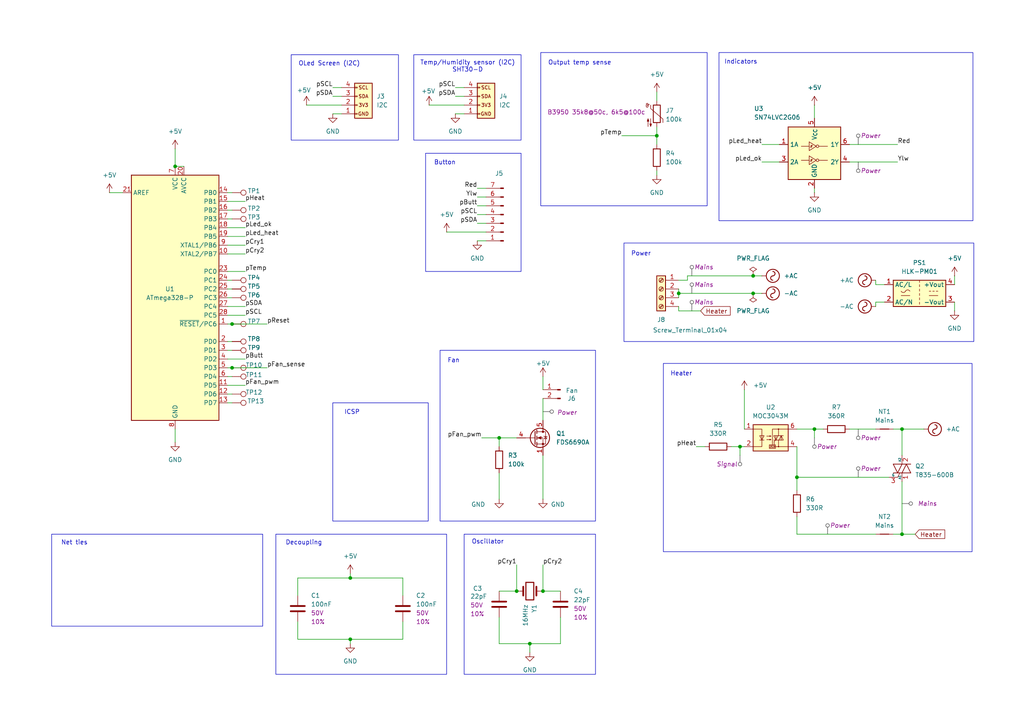
<source format=kicad_sch>
(kicad_sch (version 20250114) (generator "eeschema") (generator_version "9.0")
  (paper "A4")
  (lib_symbols
    (symbol "74xGxx:SN74LVC2G14DBV"
      (property "Reference" "U" (at 2.54 12.7 0))
      (property "Value" "SN74LVC2G14DBV" (at 2.54 10.16 0))
      (symbol "SN74LVC2G14DBV_1_1"
        (pin input line (at -10.16 2.54 0) (length 2.54) (name "1A") (number "1"))
        (pin input line (at -10.16 -2.54 0) (length 2.54) (name "2A") (number "3"))
        (pin power_in line (at 0 10.16 270) (length 2.54) (name "V_{CC}") (number "5"))
        (pin power_in line (at 0 -10.16 90) (length 2.54) (name "GND") (number "2"))
        (pin output line (at 10.16 2.54 180) (length 2.54) (name "1Y") (number "6"))
        (pin output line (at 10.16 -2.54 180) (length 2.54) (name "2Y") (number "4"))
      )
    )
    (symbol "Connector:Conn_01x02_Pin" (pin_names (offset 1.016) (hide yes))
      (property "Reference" "J" (at 0 2.54 0))
      (property "Value" "Conn_01x02_Pin" (at 0 -5.08 0))
      (symbol "Conn_01x02_Pin_1_1"
        (pin passive line (at 5.08 0 180) (length 3.81) (name "Pin_1") (number "1"))
        (pin passive line (at 5.08 -2.54 180) (length 3.81) (name "Pin_2") (number "2"))
      )
    )
    (symbol "Connector:Conn_01x07_Pin" (pin_names (offset 1.016) (hide yes))
      (property "Reference" "J" (at 0 10.16 0))
      (property "Value" "Conn_01x07_Pin" (at 0 -10.16 0))
      (symbol "Conn_01x07_Pin_1_1"
        (pin passive line (at 5.08 7.62 180) (length 3.81) (name "Pin_1") (number "1"))
        (pin passive line (at 5.08 5.08 180) (length 3.81) (name "Pin_2") (number "2"))
        (pin passive line (at 5.08 2.54 180) (length 3.81) (name "Pin_3") (number "3"))
        (pin passive line (at 5.08 0 180) (length 3.81) (name "Pin_4") (number "4"))
        (pin passive line (at 5.08 -2.54 180) (length 3.81) (name "Pin_5") (number "5"))
        (pin passive line (at 5.08 -5.08 180) (length 3.81) (name "Pin_6") (number "6"))
        (pin passive line (at 5.08 -7.62 180) (length 3.81) (name "Pin_7") (number "7"))
      )
    )
    (symbol "Connector:Screw_Terminal_01x04" (pin_names (offset 1.016) (hide yes))
      (property "Reference" "J" (at 0 5.08 0))
      (property "Value" "Screw_Terminal_01x04" (at 0 -7.62 0))
      (symbol "Screw_Terminal_01x04_1_1"
        (pin passive line (at -5.08 2.54 0) (length 3.81) (name "Pin_1") (number "1"))
        (pin passive line (at -5.08 0 0) (length 3.81) (name "Pin_2") (number "2"))
        (pin passive line (at -5.08 -2.54 0) (length 3.81) (name "Pin_3") (number "3"))
        (pin passive line (at -5.08 -5.08 0) (length 3.81) (name "Pin_4") (number "4"))
      )
    )
    (symbol "Converter_ACDC:HLK-PM01"
      (property "Reference" "PS" (at 0 5.08 0))
      (property "Value" "HLK-PM01" (at 0 -5.08 0))
      (symbol "HLK-PM01_1_1"
        (pin power_in line (at -10.16 2.54 0) (length 2.54) (name "AC/L") (number "1"))
        (pin power_in line (at -10.16 -2.54 0) (length 2.54) (name "AC/N") (number "2"))
        (pin power_out line (at 10.16 2.54 180) (length 2.54) (name "+Vout") (number "4"))
        (pin power_out line (at 10.16 -2.54 180) (length 2.54) (name "-Vout") (number "3"))
      )
    )
    (symbol "Device:Crystal" (pin_numbers (hide yes)) (pin_names (offset 1.016) (hide yes))
      (property "Reference" "Y" (at 0 3.81 0))
      (property "Value" "Crystal" (at 0 -3.81 0))
      (symbol "Crystal_1_1"
        (pin passive line (at -3.81 0 0) (length 1.27) (name "1") (number "1"))
        (pin passive line (at 3.81 0 180) (length 1.27) (name "2") (number "2"))
      )
    )
    (symbol "Device:NetTie_2" (pin_numbers (hide yes)) (pin_names (offset 0) (hide yes)) (in_bom no)
      (property "Reference" "NT" (at 0 1.27 0))
      (property "Value" "NetTie_2" (at 0 -1.27 0))
      (symbol "NetTie_2_1_1"
        (pin passive line (at -2.54 0 0) (length 2.54) (name "1") (number "1"))
        (pin passive line (at 2.54 0 180) (length 2.54) (name "2") (number "2"))
      )
    )
    (symbol "Device:R" (pin_numbers (hide yes)) (pin_names (offset 0))
      (property "Reference" "R" (at 2.032 0 90))
      (property "Value" "R" (at 0 0 90))
      (symbol "R_1_1"
        (pin passive line (at 0 3.81 270) (length 1.27) (name "~") (number "1"))
        (pin passive line (at 0 -3.81 90) (length 1.27) (name "~") (number "2"))
      )
    )
    (symbol "Device:Thermistor_NTC" (pin_numbers (hide yes)) (pin_names (offset 0))
      (property "Reference" "TH" (at -4.445 0 90))
      (property "Value" "Thermistor_NTC" (at 3.175 0 90))
      (symbol "Thermistor_NTC_1_1"
        (pin passive line (at 0 3.81 270) (length 1.27) (name "~") (number "1"))
        (pin passive line (at 0 -3.81 90) (length 1.27) (name "~") (number "2"))
      )
    )
    (symbol "Halojen-Symbols:FDS6690A" (pin_names (hide yes))
      (property "Reference" "Q" (at 5.08 2.54 0))
      (property "Value" "FDS6690A" (at 5.08 0 0))
      (symbol "FDS6690A_1_1"
        (pin input line (at -5.08 0 0) (length 2.54) (name "G") (number "4"))
        (pin passive line (at 2.54 5.08 270) (length 2.54) (name "D") (number "5"))
        (pin passive line (at 2.54 5.08 270) (length 2.54) (hide yes) (name "D") (number "6"))
        (pin passive line (at 2.54 5.08 270) (length 2.54) (hide yes) (name "D") (number "7"))
        (pin passive line (at 2.54 5.08 270) (length 2.54) (hide yes) (name "D") (number "8"))
        (pin passive line (at 2.54 -5.08 90) (length 2.54) (name "S") (number "1"))
        (pin passive line (at 2.54 -5.08 90) (length 2.54) (hide yes) (name "S") (number "2"))
        (pin passive line (at 2.54 -5.08 90) (length 2.54) (hide yes) (name "S") (number "3"))
      )
    )
    (symbol "I2C_01x04_1" (pin_names (offset 1.016) (hide yes))
      (property "Reference" "J" (at 0 5.08 0))
      (property "Value" "I2C" (at 0 -7.62 0))
      (symbol "I2C_01x04_1_1_1"
        (text "SCL" (at 1.27 2.54 0) (effects (font (size 1 1))))
        (text "SDA" (at 1.27 0 0) (effects (font (size 1 1))))
        (text "3V3" (at 1.27 -2.54 0) (effects (font (size 1 1))))
        (text "GND" (at 1.27 -5.08 0) (effects (font (size 1 1))))
        (pin passive line (at -5.08 2.54 0) (length 3.81) (name "Pin_4") (number "4"))
        (pin passive line (at -5.08 0 0) (length 3.81) (name "Pin_3") (number "3"))
        (pin passive line (at -5.08 -2.54 0) (length 3.81) (name "Pin_2") (number "2"))
        (pin passive line (at -5.08 -5.08 0) (length 3.81) (name "Pin_1") (number "1"))
      )
    )
    (symbol "MCU_Microchip_ATmega:ATmega328-P"
      (property "Reference" "U" (at -12.7 36.83 0))
      (property "Value" "ATmega328-P" (at 2.54 -36.83 0))
      (symbol "ATmega328-P_1_1"
        (pin passive line (at -15.24 30.48 0) (length 2.54) (name "AREF") (number "21"))
        (pin power_in line (at 0 38.1 270) (length 2.54) (name "VCC") (number "7"))
        (pin passive line (at 0 -38.1 90) (length 2.54) (hide yes) (name "GND") (number "22"))
        (pin power_in line (at 0 -38.1 90) (length 2.54) (name "GND") (number "8"))
        (pin power_in line (at 2.54 38.1 270) (length 2.54) (name "AVCC") (number "20"))
        (pin bidirectional line (at 15.24 30.48 180) (length 2.54) (name "PB0") (number "14"))
        (pin bidirectional line (at 15.24 27.94 180) (length 2.54) (name "PB1") (number "15"))
        (pin bidirectional line (at 15.24 25.4 180) (length 2.54) (name "PB2") (number "16"))
        (pin bidirectional line (at 15.24 22.86 180) (length 2.54) (name "PB3") (number "17"))
        (pin bidirectional line (at 15.24 20.32 180) (length 2.54) (name "PB4") (number "18"))
        (pin bidirectional line (at 15.24 17.78 180) (length 2.54) (name "PB5") (number "19"))
        (pin bidirectional line (at 15.24 15.24 180) (length 2.54) (name "XTAL1/PB6") (number "9"))
        (pin bidirectional line (at 15.24 12.7 180) (length 2.54) (name "XTAL2/PB7") (number "10"))
        (pin bidirectional line (at 15.24 7.62 180) (length 2.54) (name "PC0") (number "23"))
        (pin bidirectional line (at 15.24 5.08 180) (length 2.54) (name "PC1") (number "24"))
        (pin bidirectional line (at 15.24 2.54 180) (length 2.54) (name "PC2") (number "25"))
        (pin bidirectional line (at 15.24 0 180) (length 2.54) (name "PC3") (number "26"))
        (pin bidirectional line (at 15.24 -2.54 180) (length 2.54) (name "PC4") (number "27"))
        (pin bidirectional line (at 15.24 -5.08 180) (length 2.54) (name "PC5") (number "28"))
        (pin bidirectional line (at 15.24 -7.62 180) (length 2.54) (name "~{RESET}/PC6") (number "1"))
        (pin bidirectional line (at 15.24 -12.7 180) (length 2.54) (name "PD0") (number "2"))
        (pin bidirectional line (at 15.24 -15.24 180) (length 2.54) (name "PD1") (number "3"))
        (pin bidirectional line (at 15.24 -17.78 180) (length 2.54) (name "PD2") (number "4"))
        (pin bidirectional line (at 15.24 -20.32 180) (length 2.54) (name "PD3") (number "5"))
        (pin bidirectional line (at 15.24 -22.86 180) (length 2.54) (name "PD4") (number "6"))
        (pin bidirectional line (at 15.24 -25.4 180) (length 2.54) (name "PD5") (number "11"))
        (pin bidirectional line (at 15.24 -27.94 180) (length 2.54) (name "PD6") (number "12"))
        (pin bidirectional line (at 15.24 -30.48 180) (length 2.54) (name "PD7") (number "13"))
      )
    )
    (symbol "Relay_SolidState:MOC3043M"
      (property "Reference" "U" (at -5.08 5.08 0))
      (property "Value" "MOC3043M" (at 0 5.08 0))
      (symbol "MOC3043M_0_0"
        (text "ZCD" (at 0.508 -2.54 0) (effects (font (size 0.508 0.508))))
      )
      (symbol "MOC3043M_1_1"
        (pin passive line (at -7.62 2.54 0) (length 2.54) (name "~") (number "1"))
        (pin passive line (at -7.62 -2.54 0) (length 2.54) (name "~") (number "2"))
        (pin no_connect line (at -5.08 0 0) (length 2.54) (hide yes) (name "NC") (number "3"))
        (pin no_connect line (at 5.08 0 180) (length 2.54) (hide yes) (name "NC") (number "5"))
        (pin passive line (at 7.62 2.54 180) (length 2.54) (name "~") (number "6"))
        (pin passive line (at 7.62 -2.54 180) (length 2.54) (name "~") (number "4"))
      )
    )
    (symbol "SparkFun-Capacitor:22uF_1206_50V_10%" (pin_numbers (hide yes)) (pin_names (offset 0.254))
      (property "Reference" "C" (at 0.635 2.54 0))
      (property "Value" "22uF" (at 0.635 -2.54 0))
      (property "Voltage" "50V" (at 0 -6.35 0))
      (property "Tolerance" "10%" (at 0 -8.89 0))
      (symbol "22uF_1206_50V_10%_1_1"
        (pin passive line (at 0 3.81 270) (length 2.794) (name "~") (number "1"))
        (pin passive line (at 0 -3.81 90) (length 2.794) (name "~") (number "2"))
      )
    )
    (symbol "SparkFun-Connector:I2C_01x04" (pin_names (offset 1.016) (hide yes))
      (property "Reference" "J" (at 0 5.08 0))
      (property "Value" "I2C" (at 0 -7.62 0))
      (symbol "I2C_01x04_1_1"
        (text "SCL" (at 1.27 2.54 0) (effects (font (size 1 1))))
        (text "SDA" (at 1.27 0 0) (effects (font (size 1 1))))
        (text "3V3" (at 1.27 -2.54 0) (effects (font (size 1 1))))
        (text "GND" (at 1.27 -5.08 0) (effects (font (size 1 1))))
        (pin passive line (at -5.08 2.54 0) (length 3.81) (name "Pin_4") (number "4"))
        (pin passive line (at -5.08 0 0) (length 3.81) (name "Pin_3") (number "3"))
        (pin passive line (at -5.08 -2.54 0) (length 3.81) (name "Pin_2") (number "2"))
        (pin passive line (at -5.08 -5.08 0) (length 3.81) (name "Pin_1") (number "1"))
      )
    )
    (symbol "SparkFun-Connector:TestPoint_PTH" (pin_numbers (hide yes)) (pin_names (offset 0.762) (hide yes))
      (property "Reference" "TP" (at 0 5.08 0))
      (symbol "TestPoint_PTH_1_1"
        (pin passive line (at 0 0 90) (length 2.54) (name "1") (number "1"))
      )
    )
    (symbol "SparkFun-PowerSymbol:12V" (power) (pin_names (offset 0))
      (property "Value" "12V" (at 0 3.81 0))
      (symbol "12V_1_1"
        (pin power_in line (at 0 0 90) (length 0) (hide yes) (name "12V") (number "1"))
      )
    )
    (symbol "TestPoint_PTH_1" (pin_numbers (hide yes)) (pin_names (offset 0.762) (hide yes))
      (property "Reference" "TP" (at 0 5.08 0))
      (symbol "TestPoint_PTH_1_1_1"
        (pin passive line (at 0 0 90) (length 2.54) (name "1") (number "1"))
      )
    )
    (symbol "Triac_Thyristor:BTA16-600B" (pin_names (offset 0))
      (property "Reference" "Q" (at 5.08 1.905 0))
      (property "Value" "BTA16-600B" (at 5.08 0 0))
      (symbol "BTA16-600B_1_1"
        (pin input line (at -3.81 -2.54 0) (length 2.54) (name "G") (number "3"))
        (pin passive line (at 0 3.81 270) (length 2.54) (name "A2") (number "2"))
        (pin passive line (at 0 -3.81 90) (length 2.54) (name "A1") (number "1"))
      )
    )
    (symbol "power:+5V" (power) (pin_numbers (hide yes)) (pin_names (offset 0) (hide yes))
      (property "Value" "+5V" (at 0 3.556 0))
      (symbol "+5V_1_1"
        (pin power_in line (at 0 0 90) (length 0) (name "~") (number "1"))
      )
    )
    (symbol "power:AC" (power) (pin_numbers (hide yes)) (pin_names (offset 0) (hide yes))
      (property "Value" "AC" (at 0 6.35 0))
      (symbol "AC_1_1"
        (pin power_in line (at 0 0 90) (length 0) (name "~") (number "1"))
      )
    )
    (symbol "power:GND" (power) (pin_numbers (hide yes)) (pin_names (offset 0) (hide yes))
      (property "Value" "GND" (at 0 -3.81 0))
      (symbol "GND_1_1"
        (pin power_in line (at 0 0 270) (length 0) (name "~") (number "1"))
      )
    )
    (symbol "power:PWR_FLAG" (power) (pin_numbers (hide yes)) (pin_names (offset 0) (hide yes))
      (property "Value" "PWR_FLAG" (at 0 3.81 0))
      (symbol "PWR_FLAG_0_0"
        (pin power_out line (at 0 0 90) (length 0) (name "~") (number "1"))
      )
    )
    (symbol "power:VCC" (power) (pin_numbers (hide yes)) (pin_names (offset 0) (hide yes))
      (property "Value" "VCC" (at 0 3.556 0))
      (symbol "VCC_1_1"
        (pin power_in line (at 0 0 90) (length 0) (name "~") (number "1"))
      )
    )
  )
  (rectangle (start 208.534 15.24) (end 282.194 64.008))
  (rectangle (start 156.845 15.24) (end 205.105 59.69))
  (rectangle (start 123.444 44.45) (end 151.13 78.74))
  (rectangle (start 180.975 70.485) (end 282.448 99.06))
  (rectangle (start 80.01 154.94) (end 129.54 195.58))
  (rectangle (start 127.635 101.6) (end 172.72 151.13))
  (rectangle (start 120.015 15.875) (end 151.13 40.64))
  (rectangle (start 192.405 105.41) (end 281.94 160.02))
  (rectangle (start 96.52 116.84) (end 124.206 151.13))
  (rectangle (start 134.62 154.94) (end 172.72 195.58))
  (rectangle (start 84.455 15.875) (end 115.57 40.64))
  (rectangle (start 14.986 154.94) (end 76.2 181.61))
  (text "Indicators" (at 214.884 18.034 0) (effects (font (size 1.27 1.27))))
  (text "ICSP" (at 102.108 119.634 0) (effects (font (size 1.27 1.27))))
  (text "Button" (at 129.032 47.244 0) (effects (font (size 1.27 1.27))))
  (text "Power" (at 185.928 73.66 0) (effects (font (size 1.27 1.27))))
  (text "Fan" (at 131.572 104.648 0) (effects (font (size 1.27 1.27))))
  (text "Decoupling" (at 88.138 157.48 0) (effects (font (size 1.27 1.27))))
  (text "Heater\n" (at 197.612 108.458 0) (effects (font (size 1.27 1.27))))
  (text "Oscillator" (at 141.478 157.226 0) (effects (font (size 1.27 1.27))))
  (text "Temp/Humidity sensor (I2C)\nSHT30-D" (at 135.636 19.304 0) (effects (font (size 1.27 1.27))))
  (text "Net ties" (at 21.59 157.48 0) (effects (font (size 1.27 1.27))))
  (text "Output temp sense" (at 168.148 18.288 0) (effects (font (size 1.27 1.27))))
  (text "OLed Screen (I2C)" (at 95.504 18.542 0) (effects (font (size 1.27 1.27))))
  (junction (at 196.85 85.09))
  (junction (at 190.5 39.37))
  (junction (at 214.63 129.54))
  (junction (at 236.22 124.46))
  (junction (at 218.44 80.01))
  (junction (at 144.78 127))
  (junction (at 157.48 171.45))
  (junction (at 149.86 171.45))
  (junction (at 231.14 138.43))
  (junction (at 261.62 154.94))
  (junction (at 101.6 167.64))
  (junction (at 153.67 186.69))
  (junction (at 67.31 93.98))
  (junction (at 101.6 185.42))
  (junction (at 218.44 85.09))
  (junction (at 50.8 48.26))
  (junction (at 67.31 106.68))
  (junction (at 261.62 124.46))
  (wire (pts (xy 231.14 154.94) (xy 254 154.94)))
  (wire (pts (xy 66.04 116.84) (xy 67.31 116.84)))
  (wire (pts (xy 254 87.63) (xy 256.54 87.63)))
  (wire (pts (xy 231.14 138.43) (xy 257.81 138.43)))
  (wire (pts (xy 199.39 80.01) (xy 199.39 81.28)))
  (wire (pts (xy 66.04 86.36) (xy 67.31 86.36)))
  (wire (pts (xy 259.08 154.94) (xy 261.62 154.94)))
  (wire (pts (xy 138.43 69.85) (xy 140.97 69.85)))
  (wire (pts (xy 144.78 171.45) (xy 149.86 171.45)))
  (wire (pts (xy 66.04 91.44) (xy 71.12 91.44)))
  (wire (pts (xy 153.67 189.23) (xy 153.67 186.69)))
  (wire (pts (xy 66.04 111.76) (xy 71.12 111.76)))
  (wire (pts (xy 215.9 113.03) (xy 215.9 124.46)))
  (wire (pts (xy 190.5 26.67) (xy 190.5 29.21)))
  (wire (pts (xy 144.78 179.07) (xy 144.78 186.69)))
  (wire (pts (xy 144.78 137.16) (xy 144.78 144.78)))
  (wire (pts (xy 231.14 138.43) (xy 231.14 142.24)))
  (wire (pts (xy 66.04 109.22) (xy 67.31 109.22)))
  (wire (pts (xy 261.62 154.94) (xy 265.43 154.94)))
  (wire (pts (xy 196.85 85.09) (xy 218.44 85.09)))
  (wire (pts (xy 231.14 129.54) (xy 231.14 138.43)))
  (wire (pts (xy 67.31 106.68) (xy 77.47 106.68)))
  (wire (pts (xy 116.84 167.64) (xy 116.84 172.72)))
  (wire (pts (xy 140.97 64.77) (xy 138.43 64.77)))
  (wire (pts (xy 66.04 68.58) (xy 71.12 68.58)))
  (wire (pts (xy 101.6 185.42) (xy 116.84 185.42)))
  (wire (pts (xy 116.84 180.34) (xy 116.84 185.42)))
  (wire (pts (xy 66.04 88.9) (xy 71.12 88.9)))
  (wire (pts (xy 66.04 93.98) (xy 67.31 93.98)))
  (wire (pts (xy 261.62 124.46) (xy 267.97 124.46)))
  (wire (pts (xy 50.8 48.26) (xy 53.34 48.26)))
  (wire (pts (xy 236.22 34.29) (xy 236.22 30.48)))
  (wire (pts (xy 259.08 124.46) (xy 261.62 124.46)))
  (wire (pts (xy 254 88.9) (xy 254 87.63)))
  (wire (pts (xy 96.52 33.02) (xy 99.06 33.02)))
  (wire (pts (xy 162.56 179.07) (xy 162.56 186.69)))
  (wire (pts (xy 66.04 71.12) (xy 71.12 71.12)))
  (wire (pts (xy 157.48 109.22) (xy 157.48 113.03)))
  (wire (pts (xy 66.04 114.3) (xy 67.31 114.3)))
  (wire (pts (xy 276.86 87.63) (xy 276.86 90.17)))
  (wire (pts (xy 157.48 115.57) (xy 157.48 121.92)))
  (wire (pts (xy 66.04 58.42) (xy 71.12 58.42)))
  (wire (pts (xy 236.22 127) (xy 236.22 124.46)))
  (wire (pts (xy 276.86 80.01) (xy 276.86 82.55)))
  (wire (pts (xy 220.98 41.91) (xy 226.06 41.91)))
  (wire (pts (xy 86.36 185.42) (xy 101.6 185.42)))
  (wire (pts (xy 139.7 127) (xy 144.78 127)))
  (wire (pts (xy 231.14 154.94) (xy 231.14 149.86)))
  (wire (pts (xy 214.63 132.08) (xy 214.63 129.54)))
  (wire (pts (xy 220.98 46.99) (xy 226.06 46.99)))
  (wire (pts (xy 254 82.55) (xy 256.54 82.55)))
  (wire (pts (xy 218.44 80.01) (xy 220.98 80.01)))
  (wire (pts (xy 261.62 139.7) (xy 261.62 154.94)))
  (wire (pts (xy 67.31 93.98) (xy 77.47 93.98)))
  (wire (pts (xy 196.85 83.82) (xy 196.85 85.09)))
  (wire (pts (xy 66.04 99.06) (xy 67.31 99.06)))
  (wire (pts (xy 144.78 186.69) (xy 153.67 186.69)))
  (wire (pts (xy 132.08 25.4) (xy 134.62 25.4)))
  (wire (pts (xy 157.48 171.45) (xy 162.56 171.45)))
  (wire (pts (xy 132.08 27.94) (xy 134.62 27.94)))
  (wire (pts (xy 157.48 163.83) (xy 157.48 171.45)))
  (wire (pts (xy 231.14 124.46) (xy 236.22 124.46)))
  (wire (pts (xy 201.93 129.54) (xy 204.47 129.54)))
  (wire (pts (xy 31.75 55.88) (xy 35.56 55.88)))
  (wire (pts (xy 149.86 163.83) (xy 149.86 171.45)))
  (wire (pts (xy 196.85 90.17) (xy 203.2 90.17)))
  (wire (pts (xy 218.44 85.09) (xy 220.98 85.09)))
  (wire (pts (xy 66.04 83.82) (xy 67.31 83.82)))
  (wire (pts (xy 254 81.28) (xy 254 82.55)))
  (wire (pts (xy 50.8 124.46) (xy 50.8 128.27)))
  (wire (pts (xy 86.36 167.64) (xy 86.36 172.72)))
  (wire (pts (xy 66.04 63.5) (xy 67.31 63.5)))
  (wire (pts (xy 140.97 57.15) (xy 138.43 57.15)))
  (wire (pts (xy 196.85 85.09) (xy 196.85 86.36)))
  (wire (pts (xy 66.04 60.96) (xy 67.31 60.96)))
  (wire (pts (xy 180.34 39.37) (xy 190.5 39.37)))
  (wire (pts (xy 190.5 36.83) (xy 190.5 39.37)))
  (wire (pts (xy 246.38 41.91) (xy 260.35 41.91)))
  (wire (pts (xy 246.38 46.99) (xy 260.35 46.99)))
  (wire (pts (xy 236.22 124.46) (xy 238.76 124.46)))
  (wire (pts (xy 190.5 49.53) (xy 190.5 50.8)))
  (wire (pts (xy 101.6 186.69) (xy 101.6 185.42)))
  (wire (pts (xy 96.52 27.94) (xy 99.06 27.94)))
  (wire (pts (xy 196.85 90.17) (xy 196.85 88.9)))
  (wire (pts (xy 144.78 129.54) (xy 144.78 127)))
  (wire (pts (xy 140.97 54.61) (xy 138.43 54.61)))
  (wire (pts (xy 86.36 180.34) (xy 86.36 185.42)))
  (wire (pts (xy 214.63 129.54) (xy 215.9 129.54)))
  (wire (pts (xy 236.22 55.88) (xy 236.22 54.61)))
  (wire (pts (xy 157.48 132.08) (xy 157.48 144.78)))
  (wire (pts (xy 132.08 33.02) (xy 134.62 33.02)))
  (wire (pts (xy 66.04 106.68) (xy 67.31 106.68)))
  (wire (pts (xy 190.5 39.37) (xy 190.5 41.91)))
  (wire (pts (xy 140.97 59.69) (xy 138.43 59.69)))
  (wire (pts (xy 124.46 30.48) (xy 134.62 30.48)))
  (wire (pts (xy 66.04 73.66) (xy 71.12 73.66)))
  (wire (pts (xy 88.9 30.48) (xy 99.06 30.48)))
  (wire (pts (xy 261.62 132.08) (xy 261.62 124.46)))
  (wire (pts (xy 101.6 166.37) (xy 101.6 167.64)))
  (wire (pts (xy 66.04 78.74) (xy 71.12 78.74)))
  (wire (pts (xy 199.39 80.01) (xy 218.44 80.01)))
  (wire (pts (xy 129.54 67.31) (xy 140.97 67.31)))
  (wire (pts (xy 140.97 62.23) (xy 138.43 62.23)))
  (wire (pts (xy 66.04 101.6) (xy 67.31 101.6)))
  (wire (pts (xy 101.6 167.64) (xy 86.36 167.64)))
  (wire (pts (xy 96.52 25.4) (xy 99.06 25.4)))
  (wire (pts (xy 199.39 81.28) (xy 196.85 81.28)))
  (wire (pts (xy 162.56 186.69) (xy 153.67 186.69)))
  (wire (pts (xy 50.8 43.18) (xy 50.8 48.26)))
  (wire (pts (xy 246.38 124.46) (xy 254 124.46)))
  (wire (pts (xy 66.04 55.88) (xy 67.31 55.88)))
  (wire (pts (xy 101.6 167.64) (xy 116.84 167.64)))
  (wire (pts (xy 66.04 104.14) (xy 71.12 104.14)))
  (wire (pts (xy 66.04 66.04) (xy 71.12 66.04)))
  (wire (pts (xy 66.04 81.28) (xy 67.31 81.28)))
  (wire (pts (xy 212.09 129.54) (xy 214.63 129.54)))
  (wire (pts (xy 144.78 127) (xy 149.86 127)))
  (label "pFan_sense" (at 77.47 106.68 0))
  (label "pLed_ok" (at 220.98 46.99 180))
  (label "pSDA" (at 71.12 88.9 0))
  (label "pLed_heat" (at 220.98 41.91 180))
  (label "pSDA" (at 132.08 27.94 180))
  (label "pTemp" (at 180.34 39.37 180))
  (label "Ylw" (at 138.43 57.15 180))
  (label "Ylw" (at 260.35 46.99 0))
  (label "pHeat" (at 71.12 58.42 0))
  (label "pSDA" (at 138.43 64.77 180))
  (label "pCry1" (at 71.12 71.12 0))
  (label "pButt" (at 71.12 104.14 0))
  (label "pFan_pwm" (at 139.7 127 180))
  (label "pSDA" (at 96.52 27.94 180))
  (label "pCry1" (at 149.86 163.83 180))
  (label "pSCL" (at 132.08 25.4 180))
  (label "pCry2" (at 157.48 163.83 0))
  (label "pReset" (at 77.47 93.98 0))
  (label "pTemp" (at 71.12 78.74 0))
  (label "pCry2" (at 71.12 73.66 0))
  (label "pSCL" (at 138.43 62.23 180))
  (label "pFan_pwm" (at 71.12 111.76 0))
  (label "pButt" (at 138.43 59.69 180))
  (label "pHeat" (at 201.93 129.54 180))
  (label "Red" (at 138.43 54.61 180))
  (label "pSCL" (at 96.52 25.4 180))
  (label "Red" (at 260.35 41.91 0))
  (label "pLed_heat" (at 71.12 68.58 0))
  (label "pLed_ok" (at 71.12 66.04 0))
  (label "pSCL" (at 71.12 91.44 0))
  (global_label "Heater" (shape input) (at 203.2 90.17 0) (property "Intersheetrefs" "${INTERSHEET_REFS}" (effects (hide yes))))
  (global_label "Heater" (shape input) (at 265.43 154.94 0) (property "Intersheetrefs" "${INTERSHEET_REFS}" (effects (hide yes))))
  (netclass_flag "" (length 2.54) (shape round) (at 157.48 119.38 270) (property "Netclass" "Power" (at 167.386 119.634 0) (effects (font (italic yes)) (justify right))))
  (netclass_flag "" (length 2.54) (shape round) (at 236.22 127 180) (property "Netclass" "Power" (at 236.9185 129.54 0) (effects (font (italic yes)) (justify left))))
  (netclass_flag "" (length 2.54) (shape round) (at 240.03 154.94 0) (property "Netclass" "Power" (at 240.7285 152.4 0) (effects (font (italic yes)) (justify left))))
  (netclass_flag "" (length 2.54) (shape round) (at 248.92 46.99 180) (property "Netclass" "Power" (at 249.6185 49.53 0) (effects (font (italic yes)) (justify left))))
  (netclass_flag "" (length 2.54) (shape round) (at 200.66 90.17 0) (property "Netclass" "Mains" (at 201.3585 87.63 0) (effects (font (italic yes)) (justify left))))
  (netclass_flag "" (length 2.54) (shape round) (at 261.62 146.05 270) (property "Netclass" "Mains" (at 266.192 146.05 0) (effects (font (italic yes)) (justify left))))
  (netclass_flag "" (length 2.54) (shape round) (at 200.66 85.09 0) (property "Netclass" "Mains" (at 201.3585 82.55 0) (effects (font (italic yes)) (justify left))))
  (netclass_flag "" (length 2.54) (shape round) (at 248.92 138.43 0) (property "Netclass" "Power" (at 249.6185 135.89 0) (effects (font (italic yes)) (justify left))))
  (netclass_flag "" (length 2.54) (shape round) (at 248.92 41.91 0) (property "Netclass" "Power" (at 249.6185 39.37 0) (effects (font (italic yes)) (justify left))))
  (netclass_flag "" (length 2.54) (shape round) (at 200.66 80.01 0) (property "Netclass" "Mains" (at 201.3585 77.47 0) (effects (font (italic yes)) (justify left))))
  (netclass_flag "" (length 2.54) (shape round) (at 214.63 132.08 180) (property "Netclass" "Signal" (at 213.9315 134.62 0) (effects (font (italic yes)) (justify right))))
  (netclass_flag "" (length 2.54) (shape round) (at 248.92 124.46 180) (property "Netclass" "Power" (at 249.6185 127 0) (effects (font (italic yes)) (justify left))))
  (symbol (lib_id "power:+5V") (at 236.22 30.48 0) (unit 1)
    (property "Reference" "#PWR028" (effects (hide yes)))
    (property "Value" "+5V" (at 236.22 25.4 0))
    (property "Description" "Power symbol creates a global label with name \"+5V\"" (effects (hide yes)))
  )
  (symbol (lib_id "power:GND") (at 138.43 69.85 0) (mirror y) (unit 1)
    (property "Reference" "#PWR018" (effects (hide yes)))
    (property "Value" "GND" (at 138.43 74.93 0))
    (property "Description" "Power symbol creates a global label with name \"GND\" , ground" (effects (hide yes)))
  )
  (symbol (lib_id "power:GND") (at 96.52 33.02 0) (unit 1)
    (property "Reference" "#PWR012" (effects (hide yes)))
    (property "Value" "GND" (at 96.52 38.1 0))
    (property "Description" "Power symbol creates a global label with name \"GND\" , ground" (effects (hide yes)))
  )
  (symbol (lib_id "power:PWR_FLAG") (at 218.44 85.09 180) (unit 1)
    (property "Reference" "#FLG02" (effects (hide yes)))
    (property "Value" "PWR_FLAG" (at 218.44 90.17 0))
    (property "Description" "Special symbol for telling ERC where power comes from" (effects (hide yes)))
  )
  (symbol (lib_id "SparkFun-Connector:TestPoint_PTH") (at 67.31 99.06 270) (unit 1) (in_bom no)
    (property "Reference" "TP8" (at 73.66 98.298 90))
    (property "Value" "PD0" (effects (hide yes)))
    (property "Footprint" "SparkFun-Connector:TestPoint-1.25mm" (effects (hide yes)))
    (property "Description" "Test Point" (effects (hide yes)))
  )
  (symbol (lib_id "power:GND") (at 132.08 33.02 0) (unit 1)
    (property "Reference" "#PWR017" (effects (hide yes)))
    (property "Value" "GND" (at 132.08 38.1 0))
    (property "Description" "Power symbol creates a global label with name \"GND\" , ground" (effects (hide yes)))
  )
  (symbol (lib_id "power:AC") (at 254 88.9 90) (unit 1)
    (property "Reference" "#PWR031" (effects (hide yes)))
    (property "Value" "-AC" (at 247.65 88.8999 90) (effects (justify left)))
    (property "Description" "Power symbol creates a global label with name \"AC\"" (effects (hide yes)))
  )
  (symbol (lib_id "power:VCC") (at 276.86 80.01 0) (unit 1)
    (property "Reference" "#PWR033" (effects (hide yes)))
    (property "Value" "+5V" (at 276.86 74.93 0))
    (property "Description" "Power symbol creates a global label with name \"VCC\"" (effects (hide yes)))
  )
  (symbol (lib_id "SparkFun-Connector:TestPoint_PTH") (at 67.31 55.88 270) (unit 1) (in_bom no)
    (property "Reference" "TP1" (at 73.66 55.372 90))
    (property "Value" "PB0" (effects (hide yes)))
    (property "Footprint" "SparkFun-Connector:TestPoint-1.25mm" (effects (hide yes)))
    (property "Description" "Test Point" (effects (hide yes)))
  )
  (symbol (lib_id "Device:Crystal") (at 153.67 171.45 0) (unit 1)
    (property "Reference" "Y1" (at 154.9401 175.26 90) (effects (justify right)))
    (property "Value" "16MHz" (at 152.4001 175.26 90) (effects (justify right)))
    (property "Footprint" "Crystal:Crystal_HC49-U_Vertical" (effects (hide yes)))
    (property "Description" "Two pin crystal" (effects (hide yes)))
  )
  (symbol (lib_id "Converter_ACDC:HLK-PM01") (at 266.7 85.09 0) (unit 1)
    (property "Reference" "PS1" (at 266.7 76.2 0))
    (property "Value" "HLK-PM01" (at 266.7 78.74 0))
    (property "Footprint" "Converter_ACDC:Converter_ACDC_Hi-Link_HLK-PMxx" (effects (hide yes)))
    (property "Datasheet" "https://h.hlktech.com/download/ACDC%E7%94%B5%E6%BA%90%E6%A8%A1%E5%9D%973W%E7%B3%BB%E5%88%97/1/%E6%B5%B7%E5%87%8C%E7%A7%913W%E7%B3%BB%E5%88%97%E7%94%B5%E6%BA%90%E6%A8%A1%E5%9D%97%E8%A7%84%E6%A0%BC%E4%B9%A6V2.8.pdf" (effects (hide yes)))
    (property "Description" "Compact AC/DC board mount power module 3W 5V" (effects (hide yes)))
  )
  (symbol (lib_id "power:PWR_FLAG") (at 218.44 80.01 0) (unit 1)
    (property "Reference" "#FLG01" (effects (hide yes)))
    (property "Value" "PWR_FLAG" (at 218.44 74.93 0))
    (property "Description" "Special symbol for telling ERC where power comes from" (effects (hide yes)))
  )
  (symbol (lib_id "Device:R") (at 208.28 129.54 90) (unit 1)
    (property "Reference" "R5" (at 208.28 123.19 90))
    (property "Value" "330R" (at 208.28 125.73 90))
    (property "Footprint" "Resistor_SMD:R_1206_3216Metric" (effects (hide yes)))
    (property "Description" "Resistor" (effects (hide yes)))
  )
  (symbol (lib_id "Connector:Screw_Terminal_01x04") (at 191.77 83.82 0) (mirror y) (unit 1)
    (property "Reference" "J8" (at 191.77 92.71 0))
    (property "Value" "Screw_Terminal_01x04" (at 200.152 95.758 0))
    (property "Footprint" "SparkFun-Connector:Screw_Terminal_3.5mm-4" (effects (hide yes)))
    (property "Description" "Generic screw terminal, single row, 01x04, script generated (kicad-library-utils/schlib/autogen/connector/)" (effects (hide yes)))
  )
  (symbol (lib_id "SparkFun-Capacitor:22uF_1206_50V_10%") (at 144.78 175.26 0) (unit 1)
    (property "Reference" "C3" (at 137.16 170.688 0) (effects (justify left)))
    (property "Value" "22pF" (at 136.398 172.974 0) (effects (justify left)))
    (property "Footprint" "Capacitor_SMD:C_1206_3216Metric" (effects (hide yes)))
    (property "Datasheet" "https://mm.digikey.com/Volume0/opasdata/d220001/medias/docus/658/CL31A106KBHNNNE_Spec.pdf" (effects (hide yes)))
    (property "Description" "Unpolarized capacitor" (effects (hide yes)))
    (property "PROD_ID" "CAP-15263" (effects (hide yes)))
    (property "Voltage" "50V" (at 136.398 175.514 0) (effects (justify left)))
    (property "Tolerance" "10%" (at 136.398 178.054 0) (effects (justify left)))
  )
  (symbol (lib_id "Relay_SolidState:MOC3043M") (at 223.52 127 0) (unit 1)
    (property "Reference" "U2" (at 223.52 118.11 0))
    (property "Value" "MOC3043M" (at 223.52 120.65 0))
    (property "Footprint" "Package_DIP:SMDIP-6_W9.53mm" (effects (hide yes)))
    (property "Datasheet" "https://www.onsemi.com/pub/Collateral/MOC3043M-D.pdf" (effects (hide yes)))
    (property "Description" "Zero Cross Opto-Triac, Vdrm 400V, Ift 5mA, DIP6" (effects (hide yes)))
  )
  (symbol (lib_id "SparkFun-Capacitor:22uF_1206_50V_10%") (at 86.36 176.53 0) (unit 1)
    (property "Reference" "C1" (at 90.17 172.7199 0) (effects (justify left)))
    (property "Value" "100nF" (at 90.17 175.2599 0) (effects (justify left)))
    (property "Footprint" "Capacitor_SMD:C_1206_3216Metric" (effects (hide yes)))
    (property "Datasheet" "https://mm.digikey.com/Volume0/opasdata/d220001/medias/docus/658/CL31A106KBHNNNE_Spec.pdf" (effects (hide yes)))
    (property "Description" "Unpolarized capacitor" (effects (hide yes)))
    (property "PROD_ID" "CAP-15263" (effects (hide yes)))
    (property "Voltage" "50V" (at 90.17 177.7999 0) (effects (justify left)))
    (property "Tolerance" "10%" (at 90.17 180.3399 0) (effects (justify left)))
  )
  (symbol (lib_id "Device:R") (at 242.57 124.46 90) (unit 1)
    (property "Reference" "R7" (at 242.57 118.11 90))
    (property "Value" "360R" (at 242.57 120.65 90))
    (property "Footprint" "Resistor_SMD:R_1206_3216Metric" (effects (hide yes)))
    (property "Description" "Resistor" (effects (hide yes)))
  )
  (symbol (lib_id "Connector:Conn_01x07_Pin") (at 146.05 62.23 180) (unit 1)
    (property "Reference" "J5" (at 144.78 50.292 0))
    (property "Value" "Conn_01x07_Pin" (effects (hide yes)))
    (property "Footprint" "Connector_JST:JST_XH_S7B-XH-A_1x07_P2.50mm_Horizontal" (effects (hide yes)))
    (property "Description" "Generic connector, single row, 01x07, script generated" (effects (hide yes)))
  )
  (symbol (lib_id "SparkFun-Capacitor:22uF_1206_50V_10%") (at 162.56 175.26 180) (unit 1)
    (property "Reference" "C4" (at 166.37 171.4499 0) (effects (justify right)))
    (property "Value" "22pF" (at 166.37 173.9899 0) (effects (justify right)))
    (property "Footprint" "Capacitor_SMD:C_1206_3216Metric" (effects (hide yes)))
    (property "Datasheet" "https://mm.digikey.com/Volume0/opasdata/d220001/medias/docus/658/CL31A106KBHNNNE_Spec.pdf" (effects (hide yes)))
    (property "Description" "Unpolarized capacitor" (effects (hide yes)))
    (property "PROD_ID" "CAP-15263" (effects (hide yes)))
    (property "Voltage" "50V" (at 166.37 176.5299 0) (effects (justify right)))
    (property "Tolerance" "10%" (at 166.37 179.0699 0) (effects (justify right)))
  )
  (symbol (lib_id "SparkFun-Connector:TestPoint_PTH") (at 67.31 109.22 270) (unit 1) (in_bom no)
    (property "Reference" "TP11" (at 73.66 108.712 90))
    (property "Value" "PD4" (effects (hide yes)))
    (property "Footprint" "SparkFun-Connector:TestPoint-1.25mm" (effects (hide yes)))
    (property "Description" "Test Point" (effects (hide yes)))
  )
  (symbol (lib_id "power:+5V") (at 190.5 26.67 0) (unit 1)
    (property "Reference" "#PWR023" (effects (hide yes)))
    (property "Value" "+5V" (at 190.5 21.59 0))
    (property "Description" "Power symbol creates a global label with name \"+5V\"" (effects (hide yes)))
  )
  (symbol (lib_id "power:GND") (at 153.67 189.23 0) (unit 1)
    (property "Reference" "#PWR020" (effects (hide yes)))
    (property "Value" "GND" (at 153.67 194.31 0))
    (property "Description" "Power symbol creates a global label with name \"GND\" , ground" (effects (hide yes)))
  )
  (symbol (lib_id "SparkFun-Connector:TestPoint_PTH") (at 67.31 83.82 270) (unit 1) (in_bom no)
    (property "Reference" "TP5" (at 73.66 83.058 90))
    (property "Value" "PC2" (effects (hide yes)))
    (property "Footprint" "SparkFun-Connector:TestPoint-1.25mm" (effects (hide yes)))
    (property "Description" "Test Point" (effects (hide yes)))
  )
  (symbol (lib_id "power:GND") (at 50.8 128.27 0) (unit 1)
    (property "Reference" "#PWR010" (effects (hide yes)))
    (property "Value" "GND" (at 50.8 133.35 0))
    (property "Description" "Power symbol creates a global label with name \"GND\" , ground" (effects (hide yes)))
  )
  (symbol (lib_id "SparkFun-PowerSymbol:12V") (at 157.48 109.22 0) (mirror y) (unit 1)
    (property "Reference" "#PWR021" (effects (hide yes)))
    (property "Value" "+5V" (at 157.48 105.41 0))
    (property "Description" "Power symbol creates a global label with name \"12V\"" (effects (hide yes)))
  )
  (symbol (lib_id "MCU_Microchip_ATmega:ATmega328-P") (at 50.8 86.36 0) (unit 1)
    (property "Reference" "U1" (at 49.276 83.82 0))
    (property "Value" "ATmega328-P" (at 49.276 86.36 0))
    (property "Footprint" "Package_DIP:DIP-28_W7.62mm_Socket_LongPads" (effects (hide yes)))
    (property "Datasheet" "http://ww1.microchip.com/downloads/en/DeviceDoc/ATmega328_P%20AVR%20MCU%20with%20picoPower%20Technology%20Data%20Sheet%2040001984A.pdf" (effects (hide yes)))
    (property "Description" "20MHz, 32kB Flash, 2kB SRAM, 1kB EEPROM, DIP-28" (effects (hide yes)))
  )
  (symbol (lib_id "Device:NetTie_2") (at 256.54 124.46 0) (unit 1) (in_bom no)
    (property "Reference" "NT1" (at 256.54 119.38 0))
    (property "Value" "Mains" (at 256.54 121.92 0))
    (property "Footprint" "Halojen-Footprints:NetTie-2_SMD_Pad0.2x2.5mm" (effects (hide yes)))
    (property "Description" "Net tie, 2 pins" (effects (hide yes)))
  )
  (symbol (lib_id "Halojen-Symbols:FDS6690A") (at 154.94 127 0) (unit 1)
    (property "Reference" "Q1" (at 161.29 125.7299 0) (effects (justify left)))
    (property "Value" "FDS6690A" (at 161.29 128.2699 0) (effects (justify left)))
    (property "Footprint" "Package_SO:SOIC-8_3.9x4.9mm_P1.27mm" (effects (hide yes)))
    (property "Description" "11A, 30V, N-Channel Logic Level MOSFET, SO-8" (effects (hide yes)))
  )
  (symbol (lib_id "power:GND") (at 144.78 144.78 0) (unit 1)
    (property "Reference" "#PWR019" (effects (hide yes)))
    (property "Value" "GND" (at 136.652 146.304 0) (effects (justify left)))
    (property "Description" "Power symbol creates a global label with name \"GND\" , ground" (effects (hide yes)))
  )
  (symbol (lib_id "Device:Thermistor_NTC") (at 190.5 33.02 0) (unit 1)
    (property "Reference" "J7" (at 193.04 32.0674 0) (effects (justify left)))
    (property "Value" "100k" (at 193.04 34.6074 0) (effects (justify left)))
    (property "Footprint" "Connector_JST:JST_XH_B2B-XH-A_1x02_P2.50mm_Vertical" (effects (hide yes)))
    (property "Description" "Temperature dependent resistor, negative temperature coefficient" (effects (hide yes)))
    (property "Notes" "B3950 35k8@50c, 6k5@100c" (at 172.974 32.512 0))
  )
  (symbol (lib_id "Device:R") (at 190.5 45.72 0) (unit 1)
    (property "Reference" "R4" (at 193.04 44.4499 0) (effects (justify left)))
    (property "Value" "100k" (at 193.04 46.9899 0) (effects (justify left)))
    (property "Footprint" "Resistor_SMD:R_1206_3216Metric" (effects (hide yes)))
    (property "Description" "Resistor" (effects (hide yes)))
  )
  (symbol (lib_id "SparkFun-Connector:TestPoint_PTH") (at 67.31 116.84 270) (unit 1) (in_bom no)
    (property "Reference" "TP13" (at 74.168 116.332 90))
    (property "Value" "PD7" (effects (hide yes)))
    (property "Footprint" "SparkFun-Connector:TestPoint-1.25mm" (effects (hide yes)))
    (property "Description" "Test Point" (effects (hide yes)))
  )
  (symbol (lib_name "TestPoint_PTH_1") (lib_id "SparkFun-Connector:TestPoint_PTH") (at 67.31 81.28 270) (unit 1) (in_bom no)
    (property "Reference" "TP4" (at 73.66 80.518 90))
    (property "Value" "PC1" (effects (hide yes)))
    (property "Footprint" "SparkFun-Connector:TestPoint-1.25mm" (effects (hide yes)))
    (property "Description" "Test Point" (effects (hide yes)))
  )
  (symbol (lib_id "power:GND") (at 157.48 144.78 0) (mirror y) (unit 1)
    (property "Reference" "#PWR022" (effects (hide yes)))
    (property "Value" "GND" (at 161.798 146.304 0))
    (property "Description" "Power symbol creates a global label with name \"GND\" , ground" (effects (hide yes)))
  )
  (symbol (lib_id "power:AC") (at 267.97 124.46 270) (unit 1)
    (property "Reference" "#PWR032" (effects (hide yes)))
    (property "Value" "+AC" (at 274.32 124.4599 90) (effects (justify left)))
    (property "Description" "Power symbol creates a global label with name \"AC\"" (effects (hide yes)))
  )
  (symbol (lib_id "power:AC") (at 220.98 80.01 270) (unit 1)
    (property "Reference" "#PWR026" (effects (hide yes)))
    (property "Value" "+AC" (at 227.33 80.0099 90) (effects (justify left)))
    (property "Description" "Power symbol creates a global label with name \"AC\"" (effects (hide yes)))
  )
  (symbol (lib_id "SparkFun-Connector:TestPoint_PTH") (at 67.31 93.98 270) (unit 1) (in_bom no)
    (property "Reference" "TP7" (at 73.66 93.218 90))
    (property "Value" "PC6" (effects (hide yes)))
    (property "Footprint" "SparkFun-Connector:TestPoint-1.25mm" (effects (hide yes)))
    (property "Description" "Test Point" (effects (hide yes)))
  )
  (symbol (lib_id "SparkFun-Capacitor:22uF_1206_50V_10%") (at 116.84 176.53 0) (unit 1)
    (property "Reference" "C2" (at 120.65 172.7199 0) (effects (justify left)))
    (property "Value" "100nF" (at 120.65 175.2599 0) (effects (justify left)))
    (property "Footprint" "Capacitor_SMD:C_1206_3216Metric" (effects (hide yes)))
    (property "Datasheet" "https://mm.digikey.com/Volume0/opasdata/d220001/medias/docus/658/CL31A106KBHNNNE_Spec.pdf" (effects (hide yes)))
    (property "Description" "Unpolarized capacitor" (effects (hide yes)))
    (property "PROD_ID" "CAP-15263" (effects (hide yes)))
    (property "Voltage" "50V" (at 120.65 177.7999 0) (effects (justify left)))
    (property "Tolerance" "10%" (at 120.65 180.3399 0) (effects (justify left)))
  )
  (symbol (lib_id "SparkFun-Connector:I2C_01x04") (at 104.14 27.94 0) (unit 1)
    (property "Reference" "J3" (at 109.22 27.9399 0) (effects (justify left)))
    (property "Value" "I2C" (at 109.22 30.4799 0) (effects (justify left)))
    (property "Footprint" "Connector_JST:JST_XH_B4B-XH-A_1x04_P2.50mm_Vertical" (effects (hide yes)))
    (property "Description" "Coomon 4 pin PTH connector for I2C" (effects (hide yes)))
  )
  (symbol (lib_id "Device:R") (at 231.14 146.05 180) (unit 1)
    (property "Reference" "R6" (at 233.68 144.7799 0) (effects (justify right)))
    (property "Value" "330R" (at 233.68 147.3199 0) (effects (justify right)))
    (property "Footprint" "Resistor_SMD:R_1206_3216Metric" (effects (hide yes)))
    (property "Description" "Resistor" (effects (hide yes)))
  )
  (symbol (lib_id "Device:R") (at 144.78 133.35 0) (unit 1)
    (property "Reference" "R3" (at 147.32 132.0799 0) (effects (justify left)))
    (property "Value" "100k" (at 147.32 134.6199 0) (effects (justify left)))
    (property "Footprint" "Resistor_SMD:R_1206_3216Metric" (effects (hide yes)))
    (property "Description" "Resistor" (effects (hide yes)))
  )
  (symbol (lib_id "Device:NetTie_2") (at 256.54 154.94 0) (unit 1) (in_bom no)
    (property "Reference" "NT2" (at 256.54 149.86 0))
    (property "Value" "Mains" (at 256.54 152.4 0))
    (property "Footprint" "Halojen-Footprints:NetTie-2_SMD_Pad0.2x2.5mm" (effects (hide yes)))
    (property "Description" "Net tie, 2 pins" (effects (hide yes)))
  )
  (symbol (lib_id "Triac_Thyristor:BTA16-600B") (at 261.62 135.89 0) (unit 1)
    (property "Reference" "Q2" (at 265.43 135.2041 0) (effects (justify left)))
    (property "Value" "T835-600B" (at 265.43 137.7441 0) (effects (justify left)))
    (property "Footprint" "Package_TO_SOT_SMD:TO-252-2" (effects (hide yes)))
    (property "Datasheet" "https://www.st.com/resource/en/datasheet/bta16.pdf" (effects (hide yes)))
    (property "Description" "8A RMS, 600V Off-State Voltage, 50mA Sensitivity, Insulated, Triac, TO-220" (effects (hide yes)))
  )
  (symbol (lib_id "power:AC") (at 220.98 85.09 270) (unit 1)
    (property "Reference" "#PWR027" (effects (hide yes)))
    (property "Value" "-AC" (at 227.33 85.0899 90) (effects (justify left)))
    (property "Description" "Power symbol creates a global label with name \"AC\"" (effects (hide yes)))
  )
  (symbol (lib_id "SparkFun-Connector:TestPoint_PTH") (at 67.31 63.5 270) (unit 1) (in_bom no)
    (property "Reference" "TP3" (at 73.66 62.992 90))
    (property "Value" "PB3" (effects (hide yes)))
    (property "Footprint" "SparkFun-Connector:TestPoint-1.25mm" (effects (hide yes)))
    (property "Description" "Test Point" (effects (hide yes)))
  )
  (symbol (lib_id "power:+5V") (at 101.6 166.37 0) (unit 1)
    (property "Reference" "#PWR013" (effects (hide yes)))
    (property "Value" "+5V" (at 101.6 161.29 0))
    (property "Description" "Power symbol creates a global label with name \"+5V\"" (effects (hide yes)))
  )
  (symbol (lib_id "power:GND") (at 190.5 50.8 0) (unit 1)
    (property "Reference" "#PWR024" (effects (hide yes)))
    (property "Value" "GND" (at 190.5 55.88 0))
    (property "Description" "Power symbol creates a global label with name \"GND\" , ground" (effects (hide yes)))
  )
  (symbol (lib_id "SparkFun-Connector:TestPoint_PTH") (at 67.31 60.96 270) (unit 1) (in_bom no)
    (property "Reference" "TP2" (at 73.66 60.452 90))
    (property "Value" "PB2" (effects (hide yes)))
    (property "Footprint" "SparkFun-Connector:TestPoint-1.25mm" (effects (hide yes)))
    (property "Description" "Test Point" (effects (hide yes)))
  )
  (symbol (lib_id "power:AC") (at 254 81.28 90) (unit 1)
    (property "Reference" "#PWR030" (effects (hide yes)))
    (property "Value" "+AC" (at 247.65 81.2799 90) (effects (justify left)))
    (property "Description" "Power symbol creates a global label with name \"AC\"" (effects (hide yes)))
  )
  (symbol (lib_id "74xGxx:SN74LVC2G14DBV") (at 236.22 44.45 0) (unit 1)
    (property "Reference" "U3" (at 218.694 31.496 0) (effects (justify left)))
    (property "Value" "SN74LVC2G06" (at 218.694 34.036 0) (effects (justify left)))
    (property "Footprint" "Package_TO_SOT_SMD:SOT-23-6" (effects (hide yes)))
    (property "Datasheet" "https://www.ti.com/lit/ds/symlink/sn74lvc2g14.pdf" (effects (hide yes)))
    (property "Description" "Dual schmitt inverter, VCC from 1.65 to 5.5 V, SOT-23" (effects (hide yes)))
  )
  (symbol (lib_id "power:+5V") (at 129.54 67.31 0) (mirror y) (unit 1)
    (property "Reference" "#PWR016" (effects (hide yes)))
    (property "Value" "+5V" (at 129.54 62.23 0))
    (property "Description" "Power symbol creates a global label with name \"+5V\"" (effects (hide yes)))
  )
  (symbol (lib_id "power:GND") (at 101.6 186.69 0) (unit 1)
    (property "Reference" "#PWR014" (effects (hide yes)))
    (property "Value" "GND" (at 101.6 191.77 0))
    (property "Description" "Power symbol creates a global label with name \"GND\" , ground" (effects (hide yes)))
  )
  (symbol (lib_id "power:GND") (at 276.86 90.17 0) (unit 1)
    (property "Reference" "#PWR034" (effects (hide yes)))
    (property "Value" "GND" (at 276.86 95.25 0))
    (property "Description" "Power symbol creates a global label with name \"GND\" , ground" (effects (hide yes)))
  )
  (symbol (lib_id "SparkFun-Connector:TestPoint_PTH") (at 67.31 106.68 270) (unit 1) (in_bom no)
    (property "Reference" "TP10" (at 73.66 105.918 90))
    (property "Value" "PD3" (effects (hide yes)))
    (property "Footprint" "SparkFun-Connector:TestPoint-1.25mm" (effects (hide yes)))
    (property "Description" "Test Point" (effects (hide yes)))
  )
  (symbol (lib_id "power:+5V") (at 88.9 30.48 0) (unit 1)
    (property "Reference" "#PWR011" (effects (hide yes)))
    (property "Value" "+5V" (at 88.138 26.162 0))
    (property "Description" "Power symbol creates a global label with name \"+5V\"" (effects (hide yes)))
  )
  (symbol (lib_id "power:VCC") (at 215.9 113.03 0) (unit 1)
    (property "Reference" "#PWR025" (effects (hide yes)))
    (property "Value" "+5V" (at 218.44 111.7599 0) (effects (justify left)))
    (property "Description" "Power symbol creates a global label with name \"VCC\"" (effects (hide yes)))
  )
  (symbol (lib_id "power:+5V") (at 50.8 43.18 0) (unit 1)
    (property "Reference" "#PWR09" (effects (hide yes)))
    (property "Value" "+5V" (at 50.8 38.1 0))
    (property "Description" "Power symbol creates a global label with name \"+5V\"" (effects (hide yes)))
  )
  (symbol (lib_id "power:+5V") (at 124.46 30.48 0) (unit 1)
    (property "Reference" "#PWR015" (effects (hide yes)))
    (property "Value" "+5V" (at 122.174 26.416 0) (effects (justify left)))
    (property "Description" "Power symbol creates a global label with name \"+5V\"" (effects (hide yes)))
  )
  (symbol (lib_name "I2C_01x04_1") (lib_id "SparkFun-Connector:I2C_01x04") (at 139.7 27.94 0) (unit 1)
    (property "Reference" "J4" (at 144.78 27.9399 0) (effects (justify left)))
    (property "Value" "I2C" (at 144.78 30.4799 0) (effects (justify left)))
    (property "Footprint" "Connector_JST:JST_XH_B4B-XH-A_1x04_P2.50mm_Vertical" (effects (hide yes)))
    (property "Description" "Coomon 4 pin PTH connector for I2C" (effects (hide yes)))
  )
  (symbol (lib_id "SparkFun-Connector:TestPoint_PTH") (at 67.31 86.36 270) (unit 1) (in_bom no)
    (property "Reference" "TP6" (at 73.66 85.598 90))
    (property "Value" "PC3" (effects (hide yes)))
    (property "Footprint" "SparkFun-Connector:TestPoint-1.25mm" (effects (hide yes)))
    (property "Description" "Test Point" (effects (hide yes)))
  )
  (symbol (lib_id "SparkFun-Connector:TestPoint_PTH") (at 67.31 114.3 270) (unit 1) (in_bom no)
    (property "Reference" "TP12" (at 73.66 113.792 90))
    (property "Value" "PD6" (effects (hide yes)))
    (property "Footprint" "SparkFun-Connector:TestPoint-1.25mm" (effects (hide yes)))
    (property "Description" "Test Point" (effects (hide yes)))
  )
  (symbol (lib_id "SparkFun-Connector:TestPoint_PTH") (at 67.31 101.6 270) (unit 1) (in_bom no)
    (property "Reference" "TP9" (at 73.66 100.838 90))
    (property "Value" "PD1" (effects (hide yes)))
    (property "Footprint" "SparkFun-Connector:TestPoint-1.25mm" (effects (hide yes)))
    (property "Description" "Test Point" (effects (hide yes)))
  )
  (symbol (lib_id "Connector:Conn_01x02_Pin") (at 162.56 113.03 0) (mirror y) (unit 1)
    (property "Reference" "J6" (at 164.592 115.57 0) (effects (justify right)))
    (property "Value" "Fan" (at 164.084 113.284 0) (effects (justify right)))
    (property "Footprint" "Connector_JST:JST_XH_B2B-XH-A_1x02_P2.50mm_Vertical" (effects (hide yes)))
    (property "Description" "Generic connector, single row, 01x02, script generated" (effects (hide yes)))
  )
  (symbol (lib_id "power:+5V") (at 31.75 55.88 0) (unit 1)
    (property "Reference" "#PWR08" (effects (hide yes)))
    (property "Value" "+5V" (at 31.75 50.8 0))
    (property "Description" "Power symbol creates a global label with name \"+5V\"" (effects (hide yes)))
  )
  (symbol (lib_id "power:GND") (at 236.22 55.88 0) (unit 1)
    (property "Reference" "#PWR029" (effects (hide yes)))
    (property "Value" "GND" (at 236.22 60.96 0))
    (property "Description" "Power symbol creates a global label with name \"GND\" , ground" (effects (hide yes)))
  )
)
</source>
